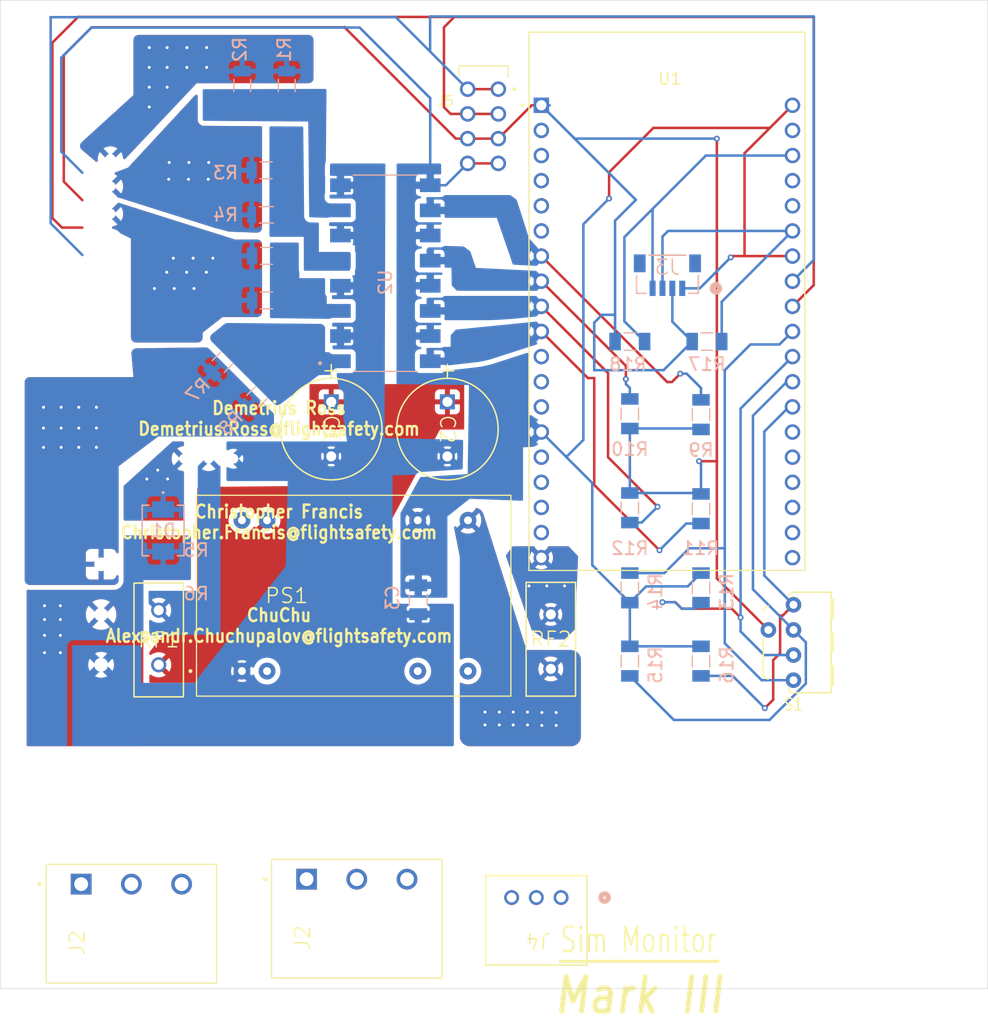
<source format=kicad_pcb>
(kicad_pcb (version 20241229) (generator "pcbnew") (generator_version "9.0")
  (layers (0 "F.Cu" signal) (2 "B.Cu" signal) (13 "F.Paste" user) (15 "B.Paste" user) (5 "F.SilkS" user "F.Silkscreen") (7 "B.SilkS" user "B.Silkscreen") (1 "F.Mask" user) (3 "B.Mask" user) (25 "Edge.Cuts" user))
  (net 0 "")
  (net 1 "-Vin")
  (net 2 "spare")
  (net 3 "ramp_down")
  (net 4 "ramp_up")
  (net 5 "sim_home")
  (net 10 "spare_opto")
  (net 11 "+3.3V")
  (net 12 "GPIO_25")
  (net 13 "GPIO_26")
  (net 14 "GPIO_16")
  (net 15 "ESP_GND2")
  (net 16 "GPIO_17")
  (net 17 "GPIO_4")
  (net 18 "/+VIN")
  (net 32 "GPIO_21")
  (net 37 "GPIO_22")
  (net 40 "+24V")
  (net 42 "GPIO_32")
  (net 43 "GPIO_33")
  (net 44 "GPIO_5")
  (net 45 "ramp_up_opto")
  (net 46 "/ramp_down_opto")
  (net 47 "/sim_home_opto")
  (net 48 "+VIN-dc")
  (net 49 "/+VOUT")
  (net 50 "+VOUT-esp")
  (net 51 "/+24V-Sim")
  (net 52 "GPIO_19")
  (net 53 "GPIO_18")
  (footprint "footprints:PHOENIX_1757255" (layer "F.Cu") (at 103.2175 120.95)
    (property "Reference" "J2")
    (property "Value" "jst-power")
  )
  (footprint "footprints:DRR3010" (layer "F.Cu") (at 178.8 86.52915 90)
    (property "Reference" "S1")
    (property "Value" "DRR3016")
  )
  (footprint "footprints:MODULE_ESP32-DEVKITC-32D" (layer "F.Cu") (at 166 51.99915)
    (property "Reference" "U1")
    (property "Value" "ESP32-DEVKITC-32D")
  )
  (footprint "footprints:CONN_S3B-EH_JST" (layer "F.Cu") (at 155.2951 112.3049 180)
    (property "Reference" "J4")
    (property "Value" "S3B-EH")
  )
  (footprint "footprints:PTC_RESET_FUSE" (layer "F.Cu") (at 154.26 89.19915 90)
    (property "Reference" "RF2")
    (property "Value" "~" (hide yes))
  )
  (footprint "footprints:PHOENIX_1770979" (layer "F.Cu") (at 144.95 28.26 -90)
    (property "Reference" "J5")
    (property "Value" "1770979")
  )
  (footprint "footprints:PTC_RESET_FUSE" (layer "F.Cu") (at 114.6 83.2717 -90)
    (property "Reference" "RF1")
    (property "Value" "~" (hide yes))
  )
  (footprint "footprints:PCAP_10x12_5-THRU-ELECT_NCA" (layer "F.Cu") (at 143.8 62.21 -90)
    (property "Reference" "C2")
    (property "Value" "UHE2A470MPD")
  )
  (footprint "footprints:PHOENIX_1757255" (layer "F.Cu") (at 126.0175 120.45)
    (property "Reference" "J2")
    (property "Value" "jst-power")
  )
  (footprint "footprints:PCAP_10x12_5-THRU-ELECT_NCA" (layer "F.Cu") (at 132.05 62.21 -90)
    (property "Reference" "C1")
    (property "Value" "UHE2A470MPD")
  )
  (footprint "footprints:CONV_REC5A-2405SW_H2" (layer "F.Cu") (at 134.32 81.79915)
    (property "Reference" "PS1")
    (property "Value" "REC5A-2405SW_H2")
  )
  (footprint "footprints:CONN_BM04B-SRSS-TB_SPK" (layer "B.Cu") (at 166.05 49.316 180)
    (property "Reference" "J3")
    (property "Value" "JST -SM")
  )
  (footprint "footprints:RESC3216X75N" (layer "B.Cu") (at 162.25 56.116)
    (property "Reference" "R18")
    (property "Value" "CR1206-FX-1002ELF")
  )
  (footprint "footprints:RESC3216X75N" (layer "B.Cu") (at 169.45 73.01 90)
    (property "Reference" "R11")
    (property "Value" "CR1206-FX-1002ELF")
  )
  (footprint "footprints:RESC3216X75N" (layer "B.Cu") (at 169.45 81.01 90)
    (property "Reference" "R13")
    (property "Value" "CR1206-FX-1002ELF")
  )
  (footprint "footprints:RESC3115X65N" (layer "B.Cu") (at 125.5 51.96)
    (property "Reference" "R6" (hide yes))
    (property "Value" "CRGH1206J4K7")
  )
  (footprint "footprints:RESC3115X65N" (layer "B.Cu") (at 124.55 61.71 45)
    (property "Reference" "R8")
    (property "Value" "CRGH1206J4K7")
  )
  (footprint "footprints:DO214AASMB_CIP-L" (layer "B.Cu") (at 115.05 75.21 -90)
    (property "Reference" "D1")
    (property "Value" "SS34B-HF")
  )
  (footprint "footprints:RESC3115X65N" (layer "B.Cu") (at 127.55 30.25 -90)
    (property "Reference" "R1")
    (property "Value" "CRGH1206J4K7")
  )
  (footprint "footprints:RESC3115X65N" (layer "B.Cu") (at 125.5 47.46)
    (property "Reference" "R5" (hide yes))
    (property "Value" "CRGH1206J4K7")
  )
  (footprint "footprints:RESC3015X65N" (layer "B.Cu") (at 125.5 43.31)
    (property "Reference" "R4")
    (property "Value" "CRGH1206J4K7")
  )
  (footprint "footprints:RESC3115X65N" (layer "B.Cu") (at 125.46 38.81)
    (property "Reference" "R3")
    (property "Value" "CRGH1206J4K7")
  )
  (footprint "footprints:RESC3216X75N" (layer "B.Cu") (at 170.05 56.116)
    (property "Reference" "R17")
    (property "Value" "CR1206-FX-1002ELF")
  )
  (footprint "footprints:RESC3216X75N" (layer "B.Cu") (at 162.25 63.41 -90)
    (property "Reference" "R10")
    (property "Value" "CR1206-FX-1002ELF")
  )
  (footprint "footprints:SOIC254P1016X460-16N" (layer "B.Cu") (at 137.52 49.21)
    (property "Reference" "U2")
    (property "Value" "LTV-846S")
  )
  (footprint "footprints:RESC3216X75N" (layer "B.Cu") (at 169.45 63.504 -90)
    (property "Reference" "R9")
    (property "Value" "CR1206-FX-1002ELF")
  )
  (footprint "footprints:RESC3216X75N" (layer "B.Cu") (at 162.25 72.916 90)
    (property "Reference" "R12")
    (property "Value" "CR1206-FX-1002ELF")
  )
  (footprint "footprints:RESC3216X75N" (layer "B.Cu") (at 162.25 81.01 -90)
    (property "Reference" "R14")
    (property "Value" "CR1206-FX-1002ELF")
  )
  (footprint "footprints:RESC3216X75N" (layer "B.Cu") (at 169.45 88.41 90)
    (property "Reference" "R16")
    (property "Value" "CR1206-FX-1002ELF")
  )
  (footprint "footprints:RESC3115X65N" (layer "B.Cu") (at 123.05 30.25 -90)
    (property "Reference" "R2")
    (property "Value" "CRGH1206J4K7")
  )
  (footprint "footprints:RESC3216X75N" (layer "B.Cu") (at 162.25 88.41 90)
    (property "Reference" "R15")
    (property "Value" "CR1206-FX-1002ELF")
  )
  (footprint "footprints:CAPC3216X180N" (layer "B.Cu") (at 140.85 82.21 -90)
    (property "Reference" "C3")
    (property "Value" "1000pf/3kV")
  )
  (footprint "footprints:RESC3115X65N" (layer "B.Cu") (at 121.05 58.21 45)
    (property "Reference" "R7")
    (property "Value" "CRGH1206J4K7")
  )
  (gr_line (start 155.225 118.75) (end 171.175 118.75) (stroke (width 0.3)) (layer "F.SilkS"))
  (gr_rect (start 98.575 21.62415) (end 198.45 121.5) (stroke (width 0.05)) (fill no) (layer "Edge.Cuts"))
  (gr_text "Mark III" (at 154.34 124.24 0) (layer "F.SilkS") (effects (font (size 3.5 3) (thickness 0.5) (bold yes) (italic yes)) (justify left bottom)))
  (gr_text "Demetrius Ross\nDemetrius.Ross@flightsafety.com\n\n\n\nChristopher Francis\nChristopher.Francis@flightsafety.com\n\n\n\nChuChu\nAlexsandr.Chuchupalov@flightsafety.com" (at 126.76931 74.356228 0) (layer "F.SilkS") (effects (font (size 1.3 1.15) (thickness 0.25) (bold yes))))
  (gr_text "Sim Monitor" (at 163.125 118.05 0) (layer "F.SilkS") (effects (font (size 2.5 1.75) (thickness 0.2)) (justify bottom)))
  (gr_text "R5\n" (at 118.4 77.2 0) (layer "B.SilkS") (effects (font (size 1.3 1.3) (thickness 0.2)) (justify mirror)))
  (gr_text "R6\n" (at 118.4 81.6 0) (layer "B.SilkS") (effects (font (size 1.3 1.3) (thickness 0.2)) (justify mirror)))
  (via (at 113.65 28.41) (size 0.6) (drill 0.3) (layers "F.Cu" "B.Cu") (net 2))
  (via (at 113.65 30.41) (size 0.6) (drill 0.3) (layers "F.Cu" "B.Cu") (net 2))
  (via (at 119.45 26.41) (size 0.6) (drill 0.3) (layers "F.Cu" "B.Cu") (net 2))
  (via (at 113.65 26.41) (size 0.6) (drill 0.3) (layers "F.Cu" "B.Cu") (net 2))
  (via (at 117.45 28.41) (size 0.6) (drill 0.3) (layers "F.Cu" "B.Cu") (net 2))
  (via (at 113.65 32.41) (size 0.6) (drill 0.3) (layers "F.Cu" "B.Cu") (net 2))
  (via (at 119.45 28.41) (size 0.6) (drill 0.3) (layers "F.Cu" "B.Cu") (net 2))
  (via (at 117.45 26.41) (size 0.6) (drill 0.3) (layers "F.Cu" "B.Cu") (net 2))
  (via (at 115.45 30.41) (size 0.6) (drill 0.3) (layers "F.Cu" "B.Cu") (net 2))
  (via (at 115.45 28.41) (size 0.6) (drill 0.3) (layers "F.Cu" "B.Cu") (net 2))
  (via (at 115.45 26.41) (size 0.6) (drill 0.3) (layers "F.Cu" "B.Cu") (net 2))
  (via (at 119.42 49.11) (size 0.6) (drill 0.3) (layers "F.Cu" "B.Cu") (net 3))
  (via (at 120.08 47.69) (size 0.6) (drill 0.3) (layers "F.Cu" "B.Cu") (net 3))
  (via (at 115.42 49.11) (size 0.6) (drill 0.3) (layers "F.Cu" "B.Cu") (net 3))
  (via (at 118.08 47.69) (size 0.6) (drill 0.3) (layers "F.Cu" "B.Cu") (net 3))
  (via (at 116.17 50.76) (size 0.6) (drill 0.3) (layers "F.Cu" "B.Cu") (net 3))
  (via (at 117.42 49.11) (size 0.6) (drill 0.3) (layers "F.Cu" "B.Cu") (net 3))
  (via (at 116.08 47.69) (size 0.6) (drill 0.3) (layers "F.Cu" "B.Cu") (net 3))
  (via (at 118.17 50.76) (size 0.6) (drill 0.3) (layers "F.Cu" "B.Cu") (net 3))
  (via (at 114.17 50.76) (size 0.6) (drill 0.3) (layers "F.Cu" "B.Cu") (net 3))
  (via (at 119.61 39.72) (size 0.6) (drill 0.3) (layers "F.Cu" "B.Cu") (net 4))
  (via (at 119.66 38.02) (size 0.6) (drill 0.3) (layers "F.Cu" "B.Cu") (net 4))
  (via (at 117.61 39.72) (size 0.6) (drill 0.3) (layers "F.Cu" "B.Cu") (net 4))
  (via (at 115.61 39.72) (size 0.6) (drill 0.3) (layers "F.Cu" "B.Cu") (net 4))
  (via (at 115.66 38.02) (size 0.6) (drill 0.3) (layers "F.Cu" "B.Cu") (net 4))
  (via (at 117.66 38.02) (size 0.6) (drill 0.3) (layers "F.Cu" "B.Cu") (net 4))
  (via (at 102.95 64.86) (size 0.6) (drill 0.3) (layers "F.Cu" "B.Cu") (net 5))
  (via (at 102.95 66.81) (size 0.6) (drill 0.3) (layers "F.Cu" "B.Cu") (net 5))
  (via (at 108.3 66.81) (size 0.6) (drill 0.3) (layers "F.Cu" "B.Cu") (net 5))
  (via (at 104.733333 64.86) (size 0.6) (drill 0.3) (layers "F.Cu" "B.Cu") (net 5))
  (via (at 104.733333 66.81) (size 0.6) (drill 0.3) (layers "F.Cu" "B.Cu") (net 5))
  (via (at 108.3 62.76) (size 0.6) (drill 0.3) (layers "F.Cu" "B.Cu") (net 5))
  (via (at 104.733333 62.76) (size 0.6) (drill 0.3) (layers "F.Cu" "B.Cu") (net 5))
  (via (at 108.3 64.86) (size 0.6) (drill 0.3) (layers "F.Cu" "B.Cu") (net 5))
  (via (at 106.516667 66.81) (size 0.6) (drill 0.3) (layers "F.Cu" "B.Cu") (net 5))
  (via (at 106.516667 62.76) (size 0.6) (drill 0.3) (layers "F.Cu" "B.Cu") (net 5))
  (via (at 102.95 62.76) (size 0.6) (drill 0.3) (layers "F.Cu" "B.Cu") (net 5))
  (via (at 106.516667 64.86) (size 0.6) (drill 0.3) (layers "F.Cu" "B.Cu") (net 5))
  (segment (start 145.85 35.61) (end 148.95 35.61) (width 0.254) (layer "F.Cu") (net 11))
  (segment (start 144.65 35.61) (end 133.375 24.335) (width 0.254) (layer "F.Cu") (net 11))
  (segment (start 105 27.185) (end 105 39.95) (width 0.254) (layer "F.Cu") (net 11))
  (segment (start 145.85 35.61) (end 144.65 35.61) (width 0.254) (layer "F.Cu") (net 11))
  (segment (start 153.3 32.23915) (end 152.32085 32.23915) (width 0.254) (layer "F.Cu") (net 11))
  (segment (start 133.35 24.36) (end 107.825 24.36) (width 0.254) (layer "F.Cu") (net 11))
  (segment (start 133.375 24.335) (end 133.35 24.36) (width 0.254) (layer "F.Cu") (net 11))
  (segment (start 171.05 80.04915) (end 171.05 68.21) (width 0.254) (layer "F.Cu") (net 11))
  (segment (start 176.26 85.25915) (end 171.05 80.04915) (width 0.254) (layer "F.Cu") (net 11))
  (segment (start 171.05 68.21) (end 169.25 68.21) (width 0.254) (layer "F.Cu") (net 11))
  (segment (start 105 39.95) (end 106.88 41.83) (width 0.254) (layer "F.Cu") (net 11))
  (segment (start 152.32085 32.23915) (end 148.95 35.61) (width 0.254) (layer "F.Cu") (net 11))
  (segment (start 171.05 68.21) (end 171.05 35.61) (width 0.254) (layer "F.Cu") (net 11))
  (segment (start 107.825 24.36) (end 105 27.185) (width 0.254) (layer "F.Cu") (net 11))
  (via (at 169.25 68.21) (size 0.6) (drill 0.3) (layers "F.Cu" "B.Cu") (net 11))
  (via (at 171.05 35.61) (size 0.6) (drill 0.3) (layers "F.Cu" "B.Cu") (net 11))
  (segment (start 169.45 68.41) (end 169.45 71.516) (width 0.254) (layer "B.Cu") (net 11))
  (segment (start 154.140301 32.23915) (end 153.3 32.23915) (width 0.254) (layer "B.Cu") (net 11))
  (segment (start 160.756 43.904) (end 160.756 53.41) (width 0.254) (layer "B.Cu") (net 11))
  (segment (start 160.756 53.41) (end 159.45 53.41) (width 0.254) (layer "B.Cu") (net 11))
  (segment (start 165.662 59.01) (end 158.65 59.01) (width 0.254) (layer "B.Cu") (net 11))
  (segment (start 169.356 71.422) (end 169.45 71.516) (width 0.254) (layer "B.Cu") (net 11))
  (segment (start 158.65 54.21) (end 158.65 59.01) (width 0.254) (layer "B.Cu") (net 11))
  (segment (start 159.45 53.41) (end 158.65 54.21) (width 0.254) (layer "B.Cu") (net 11))
  (segment (start 168.556 56.116) (end 165.662 59.01) (width 0.254) (layer "B.Cu") (net 11))
  (segment (start 156.560425 35.499575) (end 153.3 32.23915) (width 0.254) (layer "B.Cu") (net 11))
  (segment (start 162.860425 41.799575) (end 156.560425 35.499575) (width 0.254) (layer "B.Cu") (net 11))
  (segment (start 169.356 64.904) (end 169.45 64.998) (width 0.254) (layer "B.Cu") (net 11))
  (segment (start 162.25 71.422) (end 169.356 71.422) (width 0.254) (layer "B.Cu") (net 11))
  (segment (start 171.05 35.61) (end 156.67085 35.61) (width 0.254) (layer "B.Cu") (net 11))
  (segment (start 162.25 64.904) (end 169.356 64.904) (width 0.254) (layer "B.Cu") (net 11))
  (segment (start 162.25 64.904) (end 162.25 71.422) (width 0.254) (layer "B.Cu") (net 11))
  (segment (start 169.25 68.21) (end 169.45 68.41) (width 0.254) (layer "B.Cu") (net 11))
  (segment (start 168.556 56.116) (end 166.549999 54.109999) (width 0.254) (layer "B.Cu") (net 11))
  (segment (start 156.67085 35.61) (end 156.560425 35.499575) (width 0.254) (layer "B.Cu") (net 11))
  (segment (start 166.549999 54.109999) (end 166.549999 50.7376) (width 0.254) (layer "B.Cu") (net 11))
  (segment (start 160.756 53.41) (end 160.756 56.116) (width 0.254) (layer "B.Cu") (net 11))
  (segment (start 162.860425 41.799575) (end 160.756 43.904) (width 0.254) (layer "B.Cu") (net 11))
  (segment (start 165.05 72.81) (end 160.05 67.81) (width 0.254) (layer "F.Cu") (net 12))
  (segment (start 160.05 59.30915) (end 153.3 52.55915) (width 0.254) (layer "F.Cu") (net 12))
  (segment (start 160.05 67.81) (end 160.05 59.30915) (width 0.254) (layer "F.Cu") (net 12))
  (via (at 165.05 72.81) (size 0.6) (drill 0.3) (layers "F.Cu" "B.Cu") (net 12))
  (segment (start 163.45 74.41) (end 165.05 72.81) (width 0.254) (layer "B.Cu") (net 12))
  (segment (start 162.25 74.41) (end 163.45 74.41) (width 0.254) (layer "B.Cu") (net 12))
  (segment (start 158.01085 59.81) (end 153.3 55.09915) (width 0.254) (layer "F.Cu") (net 13))
  (segment (start 158.65 70.61) (end 158.65 59.81) (width 0.254) (layer "F.Cu") (net 13))
  (segment (start 165.25 77.21) (end 158.65 70.61) (width 0.254) (layer "F.Cu") (net 13))
  (segment (start 158.65 59.81) (end 158.01085 59.81) (width 0.254) (layer "F.Cu") (net 13))
  (via (at 165.25 77.21) (size 0.6) (drill 0.3) (layers "F.Cu" "B.Cu") (net 13))
  (segment (start 167.956 74.504) (end 165.25 77.21) (width 0.254) (layer "B.Cu") (net 13))
  (segment (start 169.45 74.504) (end 167.956 74.504) (width 0.254) (layer "B.Cu") (net 13))
  (segment (start 162.25 89.904) (end 166.706 94.36) (width 0.254) (layer "B.Cu") (net 14))
  (segment (start 178.13085 60.17915) (end 178.7 60.17915) (width 0.254) (layer "B.Cu") (net 14))
  (segment (start 174.7 63.61) (end 178.13085 60.17915) (width 0.254) (layer "B.Cu") (net 14))
  (segment (start 174.7 81.15915) (end 174.7 63.61) (width 0.254) (layer "B.Cu") (net 14))
  (segment (start 178.8 85.25915) (end 174.7 81.15915) (width 0.254) (layer "B.Cu") (net 14))
  (segment (start 180.05 86.50915) (end 178.8 85.25915) (width 0.254) (layer "B.Cu") (net 14))
  (segment (start 166.706 94.36) (end 176.372 94.36) (width 0.254) (layer "B.Cu") (net 14))
  (segment (start 176.372 94.36) (end 180.05 90.682) (width 0.254) (layer "B.Cu") (net 14))
  (segment (start 180.05 90.682) (end 180.05 86.50915) (width 0.254) (layer "B.Cu") (net 14))
  (segment (start 160.15 39.01) (end 164.635425 34.524575) (width 0.254) (layer "F.Cu") (net 15))
  (segment (start 160.15 41.66) (end 160.15 39.01) (width 0.254) (layer "F.Cu") (net 15))
  (segment (start 172.58085 47.47915) (end 173.85 47.47915) (width 0.254) (layer "F.Cu") (net 15))
  (segment (start 176.414575 34.524575) (end 178.7 32.23915) (width 0.254) (layer "F.Cu") (net 15))
  (segment (start 164.635425 34.524575) (end 176.414575 34.524575) (width 0.254) (layer "F.Cu") (net 15))
  (segment (start 172.45 47.61) (end 172.58085 47.47915) (width 0.254) (layer "F.Cu") (net 15))
  (segment (start 173.85 47.47915) (end 173.85 37.08915) (width 0.254) (layer "F.Cu") (net 15))
  (segment (start 145.85 38.11) (end 148.95 38.11) (width 0.254) (layer "F.Cu") (net 15))
  (segment (start 173.85 37.08915) (end 176.414575 34.524575) (width 0.254) (layer "F.Cu") (net 15))
  (segment (start 173.85 47.47915) (end 178.7 47.47915) (width 0.254) (layer "F.Cu") (net 15))
  (via (at 172.45 47.61) (size 0.6) (drill 0.3) (layers "F.Cu" "B.Cu") (net 15))
  (via (at 160.15 41.66) (size 0.6) (drill 0.3) (layers "F.Cu" "B.Cu") (net 15))
  (segment (start 155.825425 67.784575) (end 153.3 65.25915) (width 0.254) (layer "B.Cu") (net 15))
  (segment (start 158.45 78.704) (end 158.45 70.40915) (width 0.254) (layer "B.Cu") (net 15))
  (segment (start 158.45 70.40915) (end 155.825425 67.784575) (width 0.254) (layer "B.Cu") (net 15))
  (segment (start 168.106 80.86) (end 169.45 79.516) (width 0.254) (layer "B.Cu") (net 15))
  (segment (start 104.75 27.435) (end 104.75 36.93) (width 0.254) (layer "B.Cu") (net 15))
  (segment (start 142.06 31.52) (end 134.925 24.385) (width 0.254) (layer "B.Cu") (net 15))
  (segment (start 104.75 36.93) (end 106.88 39.06) (width 0.254) (layer "B.Cu") (net 15))
  (segment (start 107.8 24.385) (end 104.75 27.435) (width 0.254) (layer "B.Cu") (net 15))
  (segment (start 134.925 24.385) (end 107.8 24.385) (width 0.254) (layer "B.Cu") (net 15))
  (segment (start 163.894 80.86) (end 168.106 80.86) (width 0.254) (layer "B.Cu") (net 15))
  (segment (start 162.25 86.916) (end 169.45 86.916) (width 0.254) (layer "B.Cu") (net 15))
  (segment (start 162.25 82.504) (end 158.45 78.704) (width 0.254) (layer "B.Cu") (net 15))
  (segment (start 169.3224 50.7376) (end 172.45 47.61) (width 0.254) (layer "B.Cu") (net 15))
  (segment (start 143.64 40.32) (end 145.85 38.11) (width 0.254) (layer "B.Cu") (net 15))
  (segment (start 160.15 41.66) (end 157.55 44.26) (width 0.254) (layer "B.Cu") (net 15))
  (segment (start 157.55 66.06) (end 155.825425 67.784575) (width 0.254) (layer "B.Cu") (net 15))
  (segment (start 167.55 50.7376) (end 169.3224 50.7376) (width 0.254) (layer "B.Cu") (net 15))
  (segment (start 162.25 82.504) (end 163.894 80.86) (width 0.254) (layer "B.Cu") (net 15))
  (segment (start 142.06 40.32) (end 143.64 40.32) (width 0.254) (layer "B.Cu") (net 15))
  (segment (start 142.06 40.32) (end 142.06 31.52) (width 0.254) (layer "B.Cu") (net 15))
  (segment (start 162.25 86.916) (end 162.25 82.504) (width 0.254) (layer "B.Cu") (net 15))
  (segment (start 157.55 44.26) (end 157.55 66.06) (width 0.254) (layer "B.Cu") (net 15))
  (segment (start 166.85 82.46) (end 167.5 83.11) (width 0.254) (layer "F.Cu") (net 16))
  (segment (start 165.55 82.46) (end 166.85 82.46) (width 0.254) (layer "F.Cu") (net 16))
  (segment (start 167.5 83.11) (end 172.55 83.11) (width 0.254) (layer "F.Cu") (net 16))
  (segment (start 172.55 83.11) (end 173.45 84.01) (width 0.254) (layer "F.Cu") (net 16))
  (via (at 173.45 84.01) (size 0.6) (drill 0.3) (layers "F.Cu" "B.Cu") (net 16))
  (via (at 165.55 82.46) (size 0.6) (drill 0.3) (layers "F.Cu" "B.Cu") (net 16))
  (segment (start 173.45 84.01) (end 173.45 85.41) (width 0.254) (layer "B.Cu") (net 16))
  (segment (start 173.45 85.41) (end 175.83915 87.79915) (width 0.254) (layer "B.Cu") (net 16))
  (segment (start 173.45 84.01) (end 173.45 62.88915) (width 0.254) (layer "B.Cu") (net 16))
  (segment (start 168.844 83.11) (end 169.45 82.504) (width 0.254) (layer "B.Cu") (net 16))
  (segment (start 167.5 83.11) (end 168.844 83.11) (width 0.254) (layer "B.Cu") (net 16))
  (segment (start 175.83915 87.79915) (end 178.8 87.79915) (width 0.254) (layer "B.Cu") (net 16))
  (segment (start 165.55 82.46) (end 166.85 82.46) (width 0.254) (layer "B.Cu") (net 16))
  (segment (start 166.85 82.46) (end 167.5 83.11) (width 0.254) (layer "B.Cu") (net 16))
  (segment (start 173.45 62.88915) (end 178.7 57.63915) (width 0.254) (layer "B.Cu") (net 16))
  (segment (start 175.9 93.16) (end 176.75 92.31) (width 0.254) (layer "F.Cu") (net 17))
  (segment (start 177.70915 83.81) (end 178.8 82.71915) (width 0.254) (layer "F.Cu") (net 17))
  (segment (start 176.75 92.31) (end 176.75 88.31) (width 0.254) (layer "F.Cu") (net 17))
  (segment (start 177.45 87.61) (end 177.45 83.81) (width 0.254) (layer "F.Cu") (net 17))
  (segment (start 176.75 88.31) (end 177.45 87.61) (width 0.254) (layer "F.Cu") (net 17))
  (segment (start 177.45 83.81) (end 177.70915 83.81) (width 0.254) (layer "F.Cu") (net 17))
  (via (at 175.9 93.16) (size 0.6) (drill 0.3) (layers "F.Cu" "B.Cu") (net 17))
  (segment (start 178.8 82.71915) (end 175.85 79.76915) (width 0.254) (layer "B.Cu") (net 17))
  (segment (start 178.34085 62.71915) (end 178.7 62.71915) (width 0.254) (layer "B.Cu") (net 17))
  (segment (start 172.644 89.904) (end 175.9 93.16) (width 0.254) (layer "B.Cu") (net 17))
  (segment (start 175.85 65.21) (end 178.34085 62.71915) (width 0.254) (layer "B.Cu") (net 17))
  (segment (start 169.45 89.904) (end 172.644 89.904) (width 0.254) (layer "B.Cu") (net 17))
  (segment (start 175.85 79.76915) (end 175.85 65.21) (width 0.254) (layer "B.Cu") (net 17))
  (segment (start 171.544 52.09515) (end 178.7 44.93915) (width 0.254) (layer "B.Cu") (net 32))
  (segment (start 166.12085 44.93915) (end 178.7 44.93915) (width 0.254) (layer "B.Cu") (net 32))
  (segment (start 165.550001 45.509999) (end 166.12085 44.93915) (width 0.254) (layer "B.Cu") (net 32))
  (segment (start 171.544 56.116) (end 171.544 52.09515) (width 0.254) (layer "B.Cu") (net 32))
  (segment (start 165.550001 50.7376) (end 165.550001 45.509999) (width 0.254) (layer "B.Cu") (net 32))
  (segment (start 161.7 45.56) (end 164.55 42.71) (width 0.254) (layer "B.Cu") (net 37))
  (segment (start 164.55 42.71) (end 169.94085 37.31915) (width 0.254) (layer "B.Cu") (net 37))
  (segment (start 164.55 50.7376) (end 164.55 42.71) (width 0.254) (layer "B.Cu") (net 37))
  (segment (start 161.7 54.072) (end 161.7 45.56) (width 0.254) (layer "B.Cu") (net 37))
  (segment (start 163.744 56.116) (end 161.7 54.072) (width 0.254) (layer "B.Cu") (net 37))
  (segment (start 169.94085 37.31915) (end 178.7 37.31915) (width 0.254) (layer "B.Cu") (net 37))
  (via (at 114.5 69.11) (size 0.6) (drill 0.3) (layers "F.Cu" "B.Cu") (net 40))
  (via (at 113.4 70.01) (size 0.6) (drill 0.3) (layers "F.Cu" "B.Cu") (net 40))
  (via (at 115.5 70.01) (size 0.6) (drill 0.3) (layers "F.Cu" "B.Cu") (net 40))
  (segment (start 167.35 59.36) (end 166.5 60.21) (width 0.254) (layer "F.Cu") (net 42))
  (segment (start 166.5 60.21) (end 166.03085 60.21) (width 0.254) (layer "F.Cu") (net 42))
  (segment (start 166.03085 60.21) (end 153.3 47.47915) (width 0.254) (layer "F.Cu") (net 42))
  (via (at 167.35 59.36) (size 0.6) (drill 0.3) (layers "F.Cu" "B.Cu") (net 42))
  (segment (start 168 59.36) (end 169.45 60.81) (width 0.254) (layer "B.Cu") (net 42))
  (segment (start 167.35 59.36) (end 168 59.36) (width 0.254) (layer "B.Cu") (net 42))
  (segment (start 169.45 60.81) (end 169.45 62.01) (width 0.254) (layer "B.Cu") (net 42))
  (segment (start 161.85 59.91) (end 161.85 58.56915) (width 0.254) (layer "F.Cu") (net 43))
  (segment (start 161.85 58.56915) (end 153.3 50.01915) (width 0.254) (layer "F.Cu") (net 43))
  (via (at 161.85 59.91) (size 0.6) (drill 0.3) (layers "F.Cu" "B.Cu") (net 43))
  (segment (start 161.85 60.41) (end 162.25 60.81) (width 0.254) (layer "B.Cu") (net 43))
  (segment (start 161.85 59.91) (end 161.85 60.41) (width 0.254) (layer "B.Cu") (net 43))
  (segment (start 162.25 60.81) (end 162.25 61.916) (width 0.254) (layer "B.Cu") (net 43))
  (segment (start 178.8 90.33915) (end 178.59 90.54915) (width 0.254) (layer "F.Cu") (net 44))
  (segment (start 162.25 79.516) (end 165.744 79.516) (width 0.254) (layer "B.Cu") (net 44))
  (segment (start 165.744 79.516) (end 168.25 77.01) (width 0.254) (layer "B.Cu") (net 44))
  (segment (start 174.45 56.41) (end 177.38915 56.41) (width 0.254) (layer "B.Cu") (net 44))
  (segment (start 177.38915 56.41) (end 178.7 55.09915) (width 0.254) (layer "B.Cu") (net 44))
  (segment (start 171.85 77.01) (end 171.85 59.01) (width 0.254) (layer "B.Cu") (net 44))
  (segment (start 171.85 86.61) (end 175.57915 90.33915) (width 0.254) (layer "B.Cu") (net 44))
  (segment (start 171.85 59.01) (end 174.45 56.41) (width 0.254) (layer "B.Cu") (net 44))
  (segment (start 171.85 77.01) (end 171.85 86.61) (width 0.254) (layer "B.Cu") (net 44))
  (segment (start 175.57915 90.33915) (end 178.8 90.33915) (width 0.254) (layer "B.Cu") (net 44))
  (segment (start 168.25 77.01) (end 171.85 77.01) (width 0.254) (layer "B.Cu") (net 44))
  (via (at 151.9 93.56) (size 0.6) (drill 0.3) (layers "F.Cu" "B.Cu") (net 49))
  (via (at 151.9 94.86) (size 0.6) (drill 0.3) (layers "F.Cu" "B.Cu") (net 49))
  (via (at 149.05 93.56) (size 0.6) (drill 0.3) (layers "F.Cu" "B.Cu") (net 49))
  (via (at 147.6 93.56) (size 0.6) (drill 0.3) (layers "F.Cu" "B.Cu") (net 49))
  (via (at 154.8 94.91) (size 0.6) (drill 0.3) (layers "F.Cu" "B.Cu") (net 49))
  (via (at 147.6 94.86) (size 0.6) (drill 0.3) (layers "F.Cu" "B.Cu") (net 49))
  (via (at 153.35 93.61) (size 0.6) (drill 0.3) (layers "F.Cu" "B.Cu") (net 49))
  (via (at 150.45 93.56) (size 0.6) (drill 0.3) (layers "F.Cu" "B.Cu") (net 49))
  (via (at 153.35 94.91) (size 0.6) (drill 0.3) (layers "F.Cu" "B.Cu") (net 49))
  (via (at 154.8 93.61) (size 0.6) (drill 0.3) (layers "F.Cu" "B.Cu") (net 49))
  (via (at 149.05 94.86) (size 0.6) (drill 0.3) (layers "F.Cu" "B.Cu") (net 49))
  (via (at 150.45 94.86) (size 0.6) (drill 0.3) (layers "F.Cu" "B.Cu") (net 49))
  (via (at 153.85 80.81) (size 0.6) (drill 0.3) (layers "F.Cu" "B.Cu") (net 50))
  (via (at 155.65 80.81) (size 0.6) (drill 0.3) (layers "F.Cu" "B.Cu") (net 50))
  (via (at 152.05 80.81) (size 0.6) (drill 0.3) (layers "F.Cu" "B.Cu") (net 50))
  (via (at 103.05 85.81) (size 0.6) (drill 0.3) (layers "F.Cu" "B.Cu") (net 51))
  (via (at 103.05 87.56) (size 0.6) (drill 0.3) (layers "F.Cu" "B.Cu") (net 51))
  (via (at 103.05 82.81) (size 0.6) (drill 0.3) (layers "F.Cu" "B.Cu") (net 51))
  (via (at 104.65 87.56) (size 0.6) (drill 0.3) (layers "F.Cu" "B.Cu") (net 51))
  (via (at 104.65 82.81) (size 0.6) (drill 0.3) (layers "F.Cu" "B.Cu") (net 51))
  (via (at 103.05 84.21) (size 0.6) (drill 0.3) (layers "F.Cu" "B.Cu") (net 51))
  (via (at 104.65 84.21) (size 0.6) (drill 0.3) (layers "F.Cu" "B.Cu") (net 51))
  (via (at 104.65 85.81) (size 0.6) (drill 0.3) (layers "F.Cu" "B.Cu") (net 51))
  (segment (start 145.85 30.61) (end 148.95 30.61) (width 0.254) (layer "F.Cu") (net 52))
  (segment (start 142.05 23.26) (end 180.85 23.26) (width 0.254) (layer "B.Cu") (net 52))
  (segment (start 138.575 23.335) (end 103.675 23.335) (width 0.254) (layer "B.Cu") (net 52))
  (segment (start 180.85 23.26) (end 180.85 47.86915) (width 0.254) (layer "B.Cu") (net 52))
  (segment (start 142.05 23.26) (end 142.05 26.81) (width 0.254) (layer "B.Cu") (net 52))
  (segment (start 103.675 23.335) (end 103.675 44.165) (width 0.254) (layer "B.Cu") (net 52))
  (segment (start 142.05 26.81) (end 145.85 30.61) (width 0.254) (layer "B.Cu") (net 52))
  (segment (start 180.85 47.86915) (end 178.7 50.01915) (width 0.254) (layer "B.Cu") (net 52))
  (segment (start 103.675 44.165) (end 106.88 47.37) (width 0.254) (layer "B.Cu") (net 52))
  (segment (start 142.05 26.81) (end 138.575 23.335) (width 0.254) (layer "B.Cu") (net 52))
  (segment (start 103.85 25.91) (end 103.85 43.635) (width 0.254) (layer "F.Cu") (net 53))
  (segment (start 180.85 23.31) (end 144.5 23.31) (width 0.254) (layer "F.Cu") (net 53))
  (segment (start 145.85 33.11) (end 148.95 33.11) (width 0.254) (layer "F.Cu") (net 53))
  (segment (start 143.45 24.36) (end 143.45 32.435) (width 0.254) (layer "F.Cu") (net 53))
  (segment (start 106.45 23.31) (end 103.85 25.91) (width 0.254) (layer "F.Cu") (net 53))
  (segment (start 144.5 23.31) (end 143.45 24.36) (width 0.254) (layer "F.Cu") (net 53))
  (segment (start 178.7 52.55915) (end 180.85 50.40915) (width 0.254) (layer "F.Cu") (net 53))
  (segment (start 104.815 44.6) (end 106.88 44.6) (width 0.254) (layer "F.Cu") (net 53))
  (segment (start 144.5 23.31) (end 106.45 23.31) (width 0.254) (layer "F.Cu") (net 53))
  (segment (start 143.45 32.435) (end 144.125 33.11) (width 0.254) (layer "F.Cu") (net 53))
  (segment (start 144.125 33.11) (end 145.85 33.11) (width 0.254) (layer "F.Cu") (net 53))
  (segment (start 103.85 43.635) (end 104.815 44.6) (width 0.254) (layer "F.Cu") (net 53))
  (segment (start 180.85 50.40915) (end 180.85 23.31) (width 0.254) (layer "F.Cu") (net 53))
  (zone (net 18) (net_name "/+VIN") (layer "F.Cu") (name "24") (priority 12) (connect_pads (clearance 0.5)) (min_thickness 0.25) (fill yes (thermal_gap 0.5) (thermal_bridge_width 0.5))
    (polygon (pts (xy 118.5 81.31) (xy 113.65 87.519395) (xy 113.65 90.61) (xy 119.09 90.61) (xy 130.29 82.61) (xy 138.15 82.61) (xy 138.15 74.134138) (xy 143.05 65.01) (xy 145.5 65.01) (xy 145.5 60.41) (xy 129.85 60.41) (xy 129.85 65.01) (xy 134.85 65.01) (xy 134.85 70.66) (xy 118.5 70.81)))
  )
  (zone (net 3) (net_name "ramp_down") (layers "F.Cu" "B.Cu") (priority 8) (connect_pads (clearance 0.5)) (min_thickness 0.25) (fill yes (thermal_gap 0.5) (thermal_bridge_width 0.5) (smoothing fillet) (radius 0.5))
    (polygon (pts (xy 125.05 45.81) (xy 125.05 53.635) (xy 121.075 53.635) (xy 119.05 55.21) (xy 119.05 56.21) (xy 111.8 56.21) (xy 111.8 45.71) (xy 108.3 43.96) (xy 109.077777 41.626668) (xy 122.324999 45.81)))
  )
  (zone (net 47) (net_name "/sim_home_opto") (layers "F.Cu" "B.Cu") (priority 4) (connect_pads yes (clearance 0.5)) (min_thickness 0.25) (fill yes (thermal_gap 0.5) (thermal_bridge_width 0.75) (smoothing fillet) (radius 0.5))
    (polygon (pts (xy 126.55 62.71) (xy 119.55 55.71) (xy 121.390077 54.237939) (xy 131.448564 54.334268) (xy 131.425 57.185) (xy 134.05 57.227084) (xy 134.05 59.423333) (xy 130.8 59.51)))
  )
  (zone (net 4) (net_name "ramp_up") (layers "F.Cu" "B.Cu") (priority 6) (connect_pads (clearance 0.5)) (min_thickness 0.25) (fill yes (thermal_gap 0.5) (thermal_bridge_width 0.5) (smoothing fillet) (radius 0.5))
    (polygon (pts (xy 109.05 39.46) (xy 108.55 40.71) (xy 109.05 41.71) (xy 121.725 45.01) (xy 125.05 45.128251) (xy 125.05 31.11) (xy 118.385571 31.11) (xy 111.500251 38.541156)))
  )
  (zone (net 40) (net_name "+24V") (layers "F.Cu" "B.Cu") (name "24") (connect_pads (clearance 0.5)) (min_thickness 0.25) (fill yes (thermal_gap 0.5) (thermal_bridge_width 0.5))
    (polygon (pts (xy 111.05 74.21) (xy 111.05 70.71) (xy 116.55 65.71) (xy 117.15 65.71) (xy 117.15 74.21)))
  )
  (zone (net 51) (net_name "/+24V-Sim") (layers "F.Cu" "B.Cu") (priority 1) (connect_pads (clearance 0.5)) (min_thickness 0.25) (fill yes (thermal_gap 0.5) (thermal_bridge_width 0.5))
    (polygon (pts (xy 101.25 80.81) (xy 101.25 97.01) (xy 107.25 97.01) (xy 113.05 97.01) (xy 113.05 80.21) (xy 117.85 80.21) (xy 117.85 75.71) (xy 111.05 75.71) (xy 111.05 80.377647)))
  )
  (zone (net 49) (net_name "/+VOUT") (layers "F.Cu" "B.Cu") (name "ramp_down") (priority 7) (connect_pads (clearance 0.5)) (min_thickness 0.25) (fill yes (thermal_gap 0.5) (thermal_bridge_width 0.5) (smoothing fillet) (radius 1))
    (polygon (pts (xy 144.376923 74.429231) (xy 145.05 77.81) (xy 145.054282 97.009926) (xy 157.3 97.01) (xy 157.3 87.29915) (xy 151.8 87.29915) (xy 147.012389 72.21) (xy 144.45 74.21)))
  )
  (zone (net 5) (net_name "sim_home") (layers "F.Cu" "B.Cu") (priority 3) (connect_pads (clearance 0.5)) (min_thickness 0.25) (fill yes (thermal_gap 0.5) (thermal_bridge_width 0.5) (smoothing fillet) (radius 0.5))
    (polygon (pts (xy 101.05 80.71) (xy 101.05 59.71) (xy 112.05 59.71) (xy 111.8 56.81) (xy 119.55 56.71) (xy 126.25 63.41) (xy 126.25 65.71) (xy 114.55 65.71) (xy 110.55 68.71) (xy 110.55 80.71)))
  )
  (zone (net 50) (net_name "+VOUT-esp") (layers "F.Cu" "B.Cu") (priority 15) (connect_pads (clearance 0.5)) (min_thickness 0.25) (fill yes (thermal_gap 0.4) (thermal_bridge_width 0.5) (smoothing chamfer) (radius 1))
    (polygon (pts (xy 152.65 86.21) (xy 149.380434 76.81) (xy 157.058695 76.81) (xy 156.65 86.21)))
  )
  (zone (net 2) (net_name "spare") (layers "F.Cu" "B.Cu") (priority 5) (connect_pads (clearance 0.5)) (min_thickness 0.25) (fill yes (thermal_gap 0.5) (thermal_bridge_width 0.5) (smoothing fillet) (radius 0.5))
    (polygon (pts (xy 109.16 38.71) (xy 106.385965 36.359123) (xy 112.05 31.21) (xy 112.05 25.135) (xy 130.25 25.135) (xy 130.25 30.01) (xy 118.45 30.01) (xy 110.216666 38.71)))
  )
  (zone (net 46) (net_name "/ramp_down_opto") (layers "F.Cu" "B.Cu") (priority 9) (connect_pads yes (clearance 0.5)) (min_thickness 0.25) (fill yes (thermal_gap 0.5) (thermal_bridge_width 0.5))
    (polygon (pts (xy 125.85 53.747436) (xy 125.85 46.11) (xy 128.825 46.11) (xy 128.825 49.71) (xy 131.6 49.71) (xy 131.6 52.31) (xy 134.0303 52.31) (xy 133.983482 53.855002)))
  )
  (zone (net 10) (net_name "spare_opto") (layers "F.Cu" "B.Cu") (priority 11) (connect_pads yes (clearance 0.5)) (min_thickness 0.25) (fill yes (thermal_gap 0.4) (thermal_bridge_width 0.5))
    (polygon (pts (xy 119.05 33.81) (xy 129.725 33.885) (xy 129.81931 43.566228) (xy 134.25 43.66) (xy 134.275 41.985) (xy 131.5 41.885) (xy 131.5 38.76) (xy 131.575 30.585) (xy 119.05 30.61)))
  )
  (zone (net 0) (net_name "") (layers "F.Cu" "B.Cu") (name "ESP_Antenna") (connect_pads (clearance 0)) (min_thickness 0.25)
    (keepout (tracks not_allowed) (vias not_allowed) (pads not_allowed) (copperpour not_allowed) (footprints allowed))
    (fill (thermal_gap 0.4) (thermal_bridge_width 0.5))
    (polygon (pts (xy 155.85 31.41) (xy 155.85 24.81) (xy 176.45 24.81) (xy 176.45 31.41)))
  )
  (zone (net 15) (net_name "ESP_GND2") (layer "B.Cu") (priority 14) (connect_pads (clearance 0.5)) (min_thickness 0.25) (fill yes (thermal_gap 0.4) (thermal_bridge_width 0.75))
    (polygon (pts (xy 139.05 82.01) (xy 139.05 73.467142) (xy 141.05 69.81) (xy 145.85 69.51) (xy 145.980684 60.5134) (xy 138.648265 60.424596) (xy 138.66 38.12) (xy 143.16 38.12) (xy 143.2 41.41) (xy 143.35 52.96) (xy 143.35 53.16) (xy 143.35 56.71) (xy 152 57.194027) (xy 151.990464 63.535987) (xy 153.4 63.754366) (xy 153.4 66.701666) (xy 151.45 66.81) (xy 151.45 72.21) (xy 146.05 72.01) (xy 143.8 73.79915) (xy 143.8 82.01)))
  )
  (zone (net 12) (net_name "GPIO_25") (layer "B.Cu") (priority 18) (connect_pads (clearance 0.5)) (min_thickness 0.25) (fill yes (thermal_gap 0.4) (thermal_bridge_width 0.75) (smoothing chamfer) (radius 0.5))
    (polygon (pts (xy 141.5 51.5) (xy 153.65099 51.5) (xy 153.632 53.61) (xy 148.35 53.96) (xy 141.5 53.96)))
  )
  (zone (net 48) (net_name "+VIN-dc") (layer "B.Cu") (name "24") (priority 2) (connect_pads (clearance 0.5)) (min_thickness 0.25) (fill yes (thermal_gap 0.5) (thermal_bridge_width 0.5))
    (polygon (pts (xy 118.55 67.51) (xy 118.55 81.31) (xy 113.561765 81.31) (xy 113.65 85.81) (xy 120.85 85.712703) (xy 120.85 67.51)))
  )
  (zone (net 42) (net_name "GPIO_32") (layer "B.Cu") (priority 16) (connect_pads (clearance 0.5)) (min_thickness 0.25) (fill yes (thermal_gap 0.4) (thermal_bridge_width 0.75) (smoothing chamfer) (radius 0.5))
    (polygon (pts (xy 141.45 41.31) (xy 150.657882 41.31) (xy 152.05 45.660601) (xy 153.25 47.01) (xy 153.763253 49.21) (xy 153.05 49.21) (xy 150.65 49.01) (xy 148.790984 43.61) (xy 141.45 43.61)))
  )
  (zone (net 1) (net_name "-Vin") (layer "B.Cu") (name "-Vin") (priority 13) (connect_pads (clearance 0.5)) (min_thickness 0.25) (fill yes (thermal_gap 0.25) (thermal_bridge_width 0.75))
    (polygon (pts (xy 105.85 86.81) (xy 112.85 86.81) (xy 112.85 90.61) (xy 118.45 90.61) (xy 118.45 90.273159) (xy 127.45 78.81) (xy 127.65 70.21) (xy 121.45 70.214348) (xy 121.45 66.207333) (xy 133.65 66.21) (xy 132.15 56.56) (xy 132.1 49.41) (xy 134.45 49.41) (xy 134.45 46.41) (xy 131.8 46.41) (xy 131.93 38.12) (xy 137.53 38.12) (xy 137.45 65.86) (xy 145.471877 66.053807) (xy 145.409762 69.463339) (xy 138.25 69.63381) (xy 138.25 82.61) (xy 144.45 82.61) (xy 144.45 86.81) (xy 144.45 97.01) (xy 105.85 97.01)))
  )
  (zone (net 45) (net_name "ramp_up_opto") (layer "B.Cu") (priority 10) (connect_pads yes (clearance 0)) (min_thickness 0.25) (fill yes (thermal_gap 0.5) (thermal_bridge_width 0.5))
    (polygon (pts (xy 125.8 34.31) (xy 129.375 34.31) (xy 129.375 41.51) (xy 130.8 41.51) (xy 130.8 47.06) (xy 134.275 47.06) (xy 134.275 48.96) (xy 129.275 48.96) (xy 129.275 45.535) (xy 125.8 45.535)))
  )
  (zone (net 13) (net_name "GPIO_26") (layer "B.Cu") (priority 19) (connect_pads (clearance 0.5)) (min_thickness 0.25) (fill yes (thermal_gap 0.4) (thermal_bridge_width 0.75) (smoothing chamfer) (radius 0.5))
    (polygon (pts (xy 144.112351 56.654216) (xy 144.15 54.96) (xy 153.650246 54.007301) (xy 153.45 56.21) (xy 147.55 58.11) (xy 143.6 58.56) (xy 141.5 58.56) (xy 141.349963 56.659268)))
  )
  (zone (net 43) (net_name "GPIO_33") (layer "B.Cu") (priority 17) (connect_pads (clearance 0.5)) (min_thickness 0.25) (fill yes (thermal_gap 0.4) (thermal_bridge_width 0.75) (smoothing chamfer) (radius 0.5))
    (polygon (pts (xy 141.6 48.66) (xy 141.6 46.380001) (xy 145.951198 46.525041) (xy 146.684766 48.669315) (xy 153.755106 49.022164) (xy 153.85 51.21) (xy 144.25 50.96) (xy 144.2 48.66)))
  )
)
</source>
